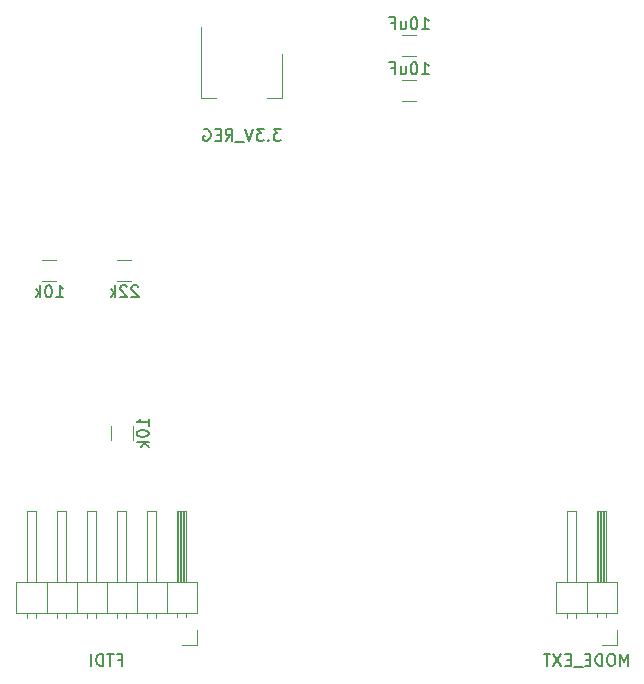
<source format=gbr>
G04 #@! TF.GenerationSoftware,KiCad,Pcbnew,5.1.4+dfsg1-1*
G04 #@! TF.CreationDate,2020-03-30T20:01:31+11:00*
G04 #@! TF.ProjectId,temp0_schematic,74656d70-305f-4736-9368-656d61746963,rev?*
G04 #@! TF.SameCoordinates,Original*
G04 #@! TF.FileFunction,Legend,Bot*
G04 #@! TF.FilePolarity,Positive*
%FSLAX46Y46*%
G04 Gerber Fmt 4.6, Leading zero omitted, Abs format (unit mm)*
G04 Created by KiCad (PCBNEW 5.1.4+dfsg1-1) date 2020-03-30 20:01:31*
%MOMM*%
%LPD*%
G04 APERTURE LIST*
%ADD10C,0.120000*%
%ADD11C,0.150000*%
G04 APERTURE END LIST*
D10*
X165100000Y-115570000D02*
X165100000Y-114300000D01*
X163830000Y-115570000D02*
X165100000Y-115570000D01*
X160910000Y-113257071D02*
X160910000Y-112860000D01*
X161670000Y-113257071D02*
X161670000Y-112860000D01*
X160910000Y-104200000D02*
X160910000Y-110200000D01*
X161670000Y-104200000D02*
X160910000Y-104200000D01*
X161670000Y-110200000D02*
X161670000Y-104200000D01*
X162560000Y-112860000D02*
X162560000Y-110200000D01*
X163450000Y-113190000D02*
X163450000Y-112860000D01*
X164210000Y-113190000D02*
X164210000Y-112860000D01*
X163550000Y-110200000D02*
X163550000Y-104200000D01*
X163670000Y-110200000D02*
X163670000Y-104200000D01*
X163790000Y-110200000D02*
X163790000Y-104200000D01*
X163910000Y-110200000D02*
X163910000Y-104200000D01*
X164030000Y-110200000D02*
X164030000Y-104200000D01*
X164150000Y-110200000D02*
X164150000Y-104200000D01*
X163450000Y-104200000D02*
X163450000Y-110200000D01*
X164210000Y-104200000D02*
X163450000Y-104200000D01*
X164210000Y-110200000D02*
X164210000Y-104200000D01*
X165160000Y-110200000D02*
X165160000Y-112860000D01*
X159960000Y-110200000D02*
X165160000Y-110200000D01*
X159960000Y-112860000D02*
X159960000Y-110200000D01*
X165160000Y-112860000D02*
X159960000Y-112860000D01*
X129600000Y-112860000D02*
X114240000Y-112860000D01*
X114240000Y-112860000D02*
X114240000Y-110200000D01*
X114240000Y-110200000D02*
X129600000Y-110200000D01*
X129600000Y-110200000D02*
X129600000Y-112860000D01*
X128650000Y-110200000D02*
X128650000Y-104200000D01*
X128650000Y-104200000D02*
X127890000Y-104200000D01*
X127890000Y-104200000D02*
X127890000Y-110200000D01*
X128590000Y-110200000D02*
X128590000Y-104200000D01*
X128470000Y-110200000D02*
X128470000Y-104200000D01*
X128350000Y-110200000D02*
X128350000Y-104200000D01*
X128230000Y-110200000D02*
X128230000Y-104200000D01*
X128110000Y-110200000D02*
X128110000Y-104200000D01*
X127990000Y-110200000D02*
X127990000Y-104200000D01*
X128650000Y-113190000D02*
X128650000Y-112860000D01*
X127890000Y-113190000D02*
X127890000Y-112860000D01*
X127000000Y-112860000D02*
X127000000Y-110200000D01*
X126110000Y-110200000D02*
X126110000Y-104200000D01*
X126110000Y-104200000D02*
X125350000Y-104200000D01*
X125350000Y-104200000D02*
X125350000Y-110200000D01*
X126110000Y-113257071D02*
X126110000Y-112860000D01*
X125350000Y-113257071D02*
X125350000Y-112860000D01*
X124460000Y-112860000D02*
X124460000Y-110200000D01*
X123570000Y-110200000D02*
X123570000Y-104200000D01*
X123570000Y-104200000D02*
X122810000Y-104200000D01*
X122810000Y-104200000D02*
X122810000Y-110200000D01*
X123570000Y-113257071D02*
X123570000Y-112860000D01*
X122810000Y-113257071D02*
X122810000Y-112860000D01*
X121920000Y-112860000D02*
X121920000Y-110200000D01*
X121030000Y-110200000D02*
X121030000Y-104200000D01*
X121030000Y-104200000D02*
X120270000Y-104200000D01*
X120270000Y-104200000D02*
X120270000Y-110200000D01*
X121030000Y-113257071D02*
X121030000Y-112860000D01*
X120270000Y-113257071D02*
X120270000Y-112860000D01*
X119380000Y-112860000D02*
X119380000Y-110200000D01*
X118490000Y-110200000D02*
X118490000Y-104200000D01*
X118490000Y-104200000D02*
X117730000Y-104200000D01*
X117730000Y-104200000D02*
X117730000Y-110200000D01*
X118490000Y-113257071D02*
X118490000Y-112860000D01*
X117730000Y-113257071D02*
X117730000Y-112860000D01*
X116840000Y-112860000D02*
X116840000Y-110200000D01*
X115950000Y-110200000D02*
X115950000Y-104200000D01*
X115950000Y-104200000D02*
X115190000Y-104200000D01*
X115190000Y-104200000D02*
X115190000Y-110200000D01*
X115950000Y-113257071D02*
X115950000Y-112860000D01*
X115190000Y-113257071D02*
X115190000Y-112860000D01*
X128270000Y-115570000D02*
X129540000Y-115570000D01*
X129540000Y-115570000D02*
X129540000Y-114300000D01*
X129940000Y-63210000D02*
X129940000Y-69220000D01*
X136760000Y-65460000D02*
X136760000Y-69220000D01*
X129940000Y-69220000D02*
X131200000Y-69220000D01*
X136760000Y-69220000D02*
X135500000Y-69220000D01*
X124009564Y-84730000D02*
X122805436Y-84730000D01*
X124009564Y-82910000D02*
X122805436Y-82910000D01*
X117659564Y-84730000D02*
X116455436Y-84730000D01*
X117659564Y-82910000D02*
X116455436Y-82910000D01*
X124100000Y-96970436D02*
X124100000Y-98174564D01*
X122280000Y-96970436D02*
X122280000Y-98174564D01*
X146935436Y-67670000D02*
X148139564Y-67670000D01*
X146935436Y-69490000D02*
X148139564Y-69490000D01*
X146935436Y-63860000D02*
X148139564Y-63860000D01*
X146935436Y-65680000D02*
X148139564Y-65680000D01*
D11*
X166060000Y-117292380D02*
X166060000Y-116292380D01*
X165726666Y-117006666D01*
X165393333Y-116292380D01*
X165393333Y-117292380D01*
X164726666Y-116292380D02*
X164536190Y-116292380D01*
X164440952Y-116340000D01*
X164345714Y-116435238D01*
X164298095Y-116625714D01*
X164298095Y-116959047D01*
X164345714Y-117149523D01*
X164440952Y-117244761D01*
X164536190Y-117292380D01*
X164726666Y-117292380D01*
X164821904Y-117244761D01*
X164917142Y-117149523D01*
X164964761Y-116959047D01*
X164964761Y-116625714D01*
X164917142Y-116435238D01*
X164821904Y-116340000D01*
X164726666Y-116292380D01*
X163869523Y-117292380D02*
X163869523Y-116292380D01*
X163631428Y-116292380D01*
X163488571Y-116340000D01*
X163393333Y-116435238D01*
X163345714Y-116530476D01*
X163298095Y-116720952D01*
X163298095Y-116863809D01*
X163345714Y-117054285D01*
X163393333Y-117149523D01*
X163488571Y-117244761D01*
X163631428Y-117292380D01*
X163869523Y-117292380D01*
X162869523Y-116768571D02*
X162536190Y-116768571D01*
X162393333Y-117292380D02*
X162869523Y-117292380D01*
X162869523Y-116292380D01*
X162393333Y-116292380D01*
X162202857Y-117387619D02*
X161440952Y-117387619D01*
X161202857Y-116768571D02*
X160869523Y-116768571D01*
X160726666Y-117292380D02*
X161202857Y-117292380D01*
X161202857Y-116292380D01*
X160726666Y-116292380D01*
X160393333Y-116292380D02*
X159726666Y-117292380D01*
X159726666Y-116292380D02*
X160393333Y-117292380D01*
X159488571Y-116292380D02*
X158917142Y-116292380D01*
X159202857Y-117292380D02*
X159202857Y-116292380D01*
X122896190Y-116768571D02*
X123229523Y-116768571D01*
X123229523Y-117292380D02*
X123229523Y-116292380D01*
X122753333Y-116292380D01*
X122515238Y-116292380D02*
X121943809Y-116292380D01*
X122229523Y-117292380D02*
X122229523Y-116292380D01*
X121610476Y-117292380D02*
X121610476Y-116292380D01*
X121372380Y-116292380D01*
X121229523Y-116340000D01*
X121134285Y-116435238D01*
X121086666Y-116530476D01*
X121039047Y-116720952D01*
X121039047Y-116863809D01*
X121086666Y-117054285D01*
X121134285Y-117149523D01*
X121229523Y-117244761D01*
X121372380Y-117292380D01*
X121610476Y-117292380D01*
X120610476Y-117292380D02*
X120610476Y-116292380D01*
X136659523Y-71842380D02*
X136040476Y-71842380D01*
X136373809Y-72223333D01*
X136230952Y-72223333D01*
X136135714Y-72270952D01*
X136088095Y-72318571D01*
X136040476Y-72413809D01*
X136040476Y-72651904D01*
X136088095Y-72747142D01*
X136135714Y-72794761D01*
X136230952Y-72842380D01*
X136516666Y-72842380D01*
X136611904Y-72794761D01*
X136659523Y-72747142D01*
X135611904Y-72747142D02*
X135564285Y-72794761D01*
X135611904Y-72842380D01*
X135659523Y-72794761D01*
X135611904Y-72747142D01*
X135611904Y-72842380D01*
X135230952Y-71842380D02*
X134611904Y-71842380D01*
X134945238Y-72223333D01*
X134802380Y-72223333D01*
X134707142Y-72270952D01*
X134659523Y-72318571D01*
X134611904Y-72413809D01*
X134611904Y-72651904D01*
X134659523Y-72747142D01*
X134707142Y-72794761D01*
X134802380Y-72842380D01*
X135088095Y-72842380D01*
X135183333Y-72794761D01*
X135230952Y-72747142D01*
X134326190Y-71842380D02*
X133992857Y-72842380D01*
X133659523Y-71842380D01*
X133564285Y-72937619D02*
X132802380Y-72937619D01*
X131992857Y-72842380D02*
X132326190Y-72366190D01*
X132564285Y-72842380D02*
X132564285Y-71842380D01*
X132183333Y-71842380D01*
X132088095Y-71890000D01*
X132040476Y-71937619D01*
X131992857Y-72032857D01*
X131992857Y-72175714D01*
X132040476Y-72270952D01*
X132088095Y-72318571D01*
X132183333Y-72366190D01*
X132564285Y-72366190D01*
X131564285Y-72318571D02*
X131230952Y-72318571D01*
X131088095Y-72842380D02*
X131564285Y-72842380D01*
X131564285Y-71842380D01*
X131088095Y-71842380D01*
X130135714Y-71890000D02*
X130230952Y-71842380D01*
X130373809Y-71842380D01*
X130516666Y-71890000D01*
X130611904Y-71985238D01*
X130659523Y-72080476D01*
X130707142Y-72270952D01*
X130707142Y-72413809D01*
X130659523Y-72604285D01*
X130611904Y-72699523D01*
X130516666Y-72794761D01*
X130373809Y-72842380D01*
X130278571Y-72842380D01*
X130135714Y-72794761D01*
X130088095Y-72747142D01*
X130088095Y-72413809D01*
X130278571Y-72413809D01*
X124574166Y-85187619D02*
X124526547Y-85140000D01*
X124431309Y-85092380D01*
X124193214Y-85092380D01*
X124097976Y-85140000D01*
X124050357Y-85187619D01*
X124002738Y-85282857D01*
X124002738Y-85378095D01*
X124050357Y-85520952D01*
X124621785Y-86092380D01*
X124002738Y-86092380D01*
X123621785Y-85187619D02*
X123574166Y-85140000D01*
X123478928Y-85092380D01*
X123240833Y-85092380D01*
X123145595Y-85140000D01*
X123097976Y-85187619D01*
X123050357Y-85282857D01*
X123050357Y-85378095D01*
X123097976Y-85520952D01*
X123669404Y-86092380D01*
X123050357Y-86092380D01*
X122621785Y-86092380D02*
X122621785Y-85092380D01*
X122526547Y-85711428D02*
X122240833Y-86092380D01*
X122240833Y-85425714D02*
X122621785Y-85806666D01*
X117652738Y-86092380D02*
X118224166Y-86092380D01*
X117938452Y-86092380D02*
X117938452Y-85092380D01*
X118033690Y-85235238D01*
X118128928Y-85330476D01*
X118224166Y-85378095D01*
X117033690Y-85092380D02*
X116938452Y-85092380D01*
X116843214Y-85140000D01*
X116795595Y-85187619D01*
X116747976Y-85282857D01*
X116700357Y-85473333D01*
X116700357Y-85711428D01*
X116747976Y-85901904D01*
X116795595Y-85997142D01*
X116843214Y-86044761D01*
X116938452Y-86092380D01*
X117033690Y-86092380D01*
X117128928Y-86044761D01*
X117176547Y-85997142D01*
X117224166Y-85901904D01*
X117271785Y-85711428D01*
X117271785Y-85473333D01*
X117224166Y-85282857D01*
X117176547Y-85187619D01*
X117128928Y-85140000D01*
X117033690Y-85092380D01*
X116271785Y-86092380D02*
X116271785Y-85092380D01*
X116176547Y-85711428D02*
X115890833Y-86092380D01*
X115890833Y-85425714D02*
X116271785Y-85806666D01*
X125462380Y-96977261D02*
X125462380Y-96405833D01*
X125462380Y-96691547D02*
X124462380Y-96691547D01*
X124605238Y-96596309D01*
X124700476Y-96501071D01*
X124748095Y-96405833D01*
X124462380Y-97596309D02*
X124462380Y-97691547D01*
X124510000Y-97786785D01*
X124557619Y-97834404D01*
X124652857Y-97882023D01*
X124843333Y-97929642D01*
X125081428Y-97929642D01*
X125271904Y-97882023D01*
X125367142Y-97834404D01*
X125414761Y-97786785D01*
X125462380Y-97691547D01*
X125462380Y-97596309D01*
X125414761Y-97501071D01*
X125367142Y-97453452D01*
X125271904Y-97405833D01*
X125081428Y-97358214D01*
X124843333Y-97358214D01*
X124652857Y-97405833D01*
X124557619Y-97453452D01*
X124510000Y-97501071D01*
X124462380Y-97596309D01*
X125462380Y-98358214D02*
X124462380Y-98358214D01*
X125081428Y-98453452D02*
X125462380Y-98739166D01*
X124795714Y-98739166D02*
X125176666Y-98358214D01*
X148608928Y-67212380D02*
X149180357Y-67212380D01*
X148894642Y-67212380D02*
X148894642Y-66212380D01*
X148989880Y-66355238D01*
X149085119Y-66450476D01*
X149180357Y-66498095D01*
X147989880Y-66212380D02*
X147894642Y-66212380D01*
X147799404Y-66260000D01*
X147751785Y-66307619D01*
X147704166Y-66402857D01*
X147656547Y-66593333D01*
X147656547Y-66831428D01*
X147704166Y-67021904D01*
X147751785Y-67117142D01*
X147799404Y-67164761D01*
X147894642Y-67212380D01*
X147989880Y-67212380D01*
X148085119Y-67164761D01*
X148132738Y-67117142D01*
X148180357Y-67021904D01*
X148227976Y-66831428D01*
X148227976Y-66593333D01*
X148180357Y-66402857D01*
X148132738Y-66307619D01*
X148085119Y-66260000D01*
X147989880Y-66212380D01*
X146799404Y-66545714D02*
X146799404Y-67212380D01*
X147227976Y-66545714D02*
X147227976Y-67069523D01*
X147180357Y-67164761D01*
X147085119Y-67212380D01*
X146942261Y-67212380D01*
X146847023Y-67164761D01*
X146799404Y-67117142D01*
X145989880Y-66688571D02*
X146323214Y-66688571D01*
X146323214Y-67212380D02*
X146323214Y-66212380D01*
X145847023Y-66212380D01*
X148608928Y-63402380D02*
X149180357Y-63402380D01*
X148894642Y-63402380D02*
X148894642Y-62402380D01*
X148989880Y-62545238D01*
X149085119Y-62640476D01*
X149180357Y-62688095D01*
X147989880Y-62402380D02*
X147894642Y-62402380D01*
X147799404Y-62450000D01*
X147751785Y-62497619D01*
X147704166Y-62592857D01*
X147656547Y-62783333D01*
X147656547Y-63021428D01*
X147704166Y-63211904D01*
X147751785Y-63307142D01*
X147799404Y-63354761D01*
X147894642Y-63402380D01*
X147989880Y-63402380D01*
X148085119Y-63354761D01*
X148132738Y-63307142D01*
X148180357Y-63211904D01*
X148227976Y-63021428D01*
X148227976Y-62783333D01*
X148180357Y-62592857D01*
X148132738Y-62497619D01*
X148085119Y-62450000D01*
X147989880Y-62402380D01*
X146799404Y-62735714D02*
X146799404Y-63402380D01*
X147227976Y-62735714D02*
X147227976Y-63259523D01*
X147180357Y-63354761D01*
X147085119Y-63402380D01*
X146942261Y-63402380D01*
X146847023Y-63354761D01*
X146799404Y-63307142D01*
X145989880Y-62878571D02*
X146323214Y-62878571D01*
X146323214Y-63402380D02*
X146323214Y-62402380D01*
X145847023Y-62402380D01*
M02*

</source>
